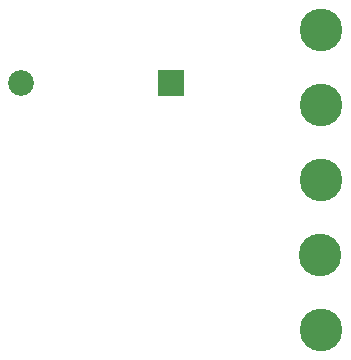
<source format=gbr>
G04 start of page 7 for group -4062 idx -4062 *
G04 Title: (unknown), soldermask *
G04 Creator: pcb 4.0.2 *
G04 CreationDate: Mon Aug 16 01:28:39 2021 UTC *
G04 For: ndholmes *
G04 Format: Gerber/RS-274X *
G04 PCB-Dimensions (mil): 1800.00 1500.00 *
G04 PCB-Coordinate-Origin: lower left *
%MOIN*%
%FSLAX25Y25*%
%LNBOTTOMMASK*%
%ADD37C,0.0860*%
%ADD36C,0.0001*%
%ADD35C,0.1420*%
G54D35*X160000Y80000D03*
Y30000D03*
X159500Y55000D03*
X160000Y105000D03*
Y130000D03*
G54D36*G36*
X105700Y116800D02*Y108200D01*
X114300D01*
Y116800D01*
X105700D01*
G37*
G54D37*X60000Y112500D03*
M02*

</source>
